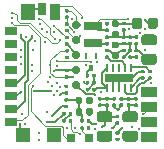
<source format=gbr>
%TF.GenerationSoftware,KiCad,Pcbnew,(5.1.6)-1*%
%TF.CreationDate,2021-06-02T19:48:48-07:00*%
%TF.ProjectId,Miniscope-v4-Wire-Free,4d696e69-7363-46f7-9065-2d76342d5769,rev?*%
%TF.SameCoordinates,Original*%
%TF.FileFunction,Copper,L1,Top*%
%TF.FilePolarity,Positive*%
%FSLAX46Y46*%
G04 Gerber Fmt 4.6, Leading zero omitted, Abs format (unit mm)*
G04 Created by KiCad (PCBNEW (5.1.6)-1) date 2021-06-02 19:48:48*
%MOMM*%
%LPD*%
G01*
G04 APERTURE LIST*
%TA.AperFunction,SMDPad,CuDef*%
%ADD10C,0.700000*%
%TD*%
%TA.AperFunction,SMDPad,CuDef*%
%ADD11R,0.900000X1.400000*%
%TD*%
%TA.AperFunction,SMDPad,CuDef*%
%ADD12R,0.700000X1.000000*%
%TD*%
%TA.AperFunction,SMDPad,CuDef*%
%ADD13R,1.200000X1.450000*%
%TD*%
%TA.AperFunction,SMDPad,CuDef*%
%ADD14R,1.000000X0.700000*%
%TD*%
%TA.AperFunction,SMDPad,CuDef*%
%ADD15R,1.200000X1.150000*%
%TD*%
%TA.AperFunction,SMDPad,CuDef*%
%ADD16R,2.390000X0.640000*%
%TD*%
%TA.AperFunction,SMDPad,CuDef*%
%ADD17R,0.270000X0.640000*%
%TD*%
%TA.AperFunction,SMDPad,CuDef*%
%ADD18R,0.300000X0.490000*%
%TD*%
%TA.AperFunction,SMDPad,CuDef*%
%ADD19R,0.210000X0.490000*%
%TD*%
%TA.AperFunction,SMDPad,CuDef*%
%ADD20R,1.500000X0.800000*%
%TD*%
%TA.AperFunction,SMDPad,CuDef*%
%ADD21R,1.320800X0.812800*%
%TD*%
%TA.AperFunction,SMDPad,CuDef*%
%ADD22R,0.770000X0.710000*%
%TD*%
%TA.AperFunction,ViaPad*%
%ADD23C,0.304800*%
%TD*%
%TA.AperFunction,ViaPad*%
%ADD24C,0.254000*%
%TD*%
%TA.AperFunction,Conductor*%
%ADD25C,0.152400*%
%TD*%
%TA.AperFunction,Conductor*%
%ADD26C,0.101600*%
%TD*%
G04 APERTURE END LIST*
%TO.P,R11,2*%
%TO.N,/SWCLK*%
%TA.AperFunction,SMDPad,CuDef*%
G36*
G01*
X85105900Y-59065760D02*
X84920900Y-59065760D01*
G75*
G02*
X84843400Y-58988260I0J77500D01*
G01*
X84843400Y-58833260D01*
G75*
G02*
X84920900Y-58755760I77500J0D01*
G01*
X85105900Y-58755760D01*
G75*
G02*
X85183400Y-58833260I0J-77500D01*
G01*
X85183400Y-58988260D01*
G75*
G02*
X85105900Y-59065760I-77500J0D01*
G01*
G37*
%TD.AperFunction*%
%TO.P,R11,1*%
%TO.N,+1V8*%
%TA.AperFunction,SMDPad,CuDef*%
G36*
G01*
X85105900Y-59615760D02*
X84920900Y-59615760D01*
G75*
G02*
X84843400Y-59538260I0J77500D01*
G01*
X84843400Y-59383260D01*
G75*
G02*
X84920900Y-59305760I77500J0D01*
G01*
X85105900Y-59305760D01*
G75*
G02*
X85183400Y-59383260I0J-77500D01*
G01*
X85183400Y-59538260D01*
G75*
G02*
X85105900Y-59615760I-77500J0D01*
G01*
G37*
%TD.AperFunction*%
%TD*%
%TO.P,C28,2*%
%TO.N,GND*%
%TA.AperFunction,SMDPad,CuDef*%
G36*
G01*
X89933500Y-61302800D02*
X89748500Y-61302800D01*
G75*
G02*
X89671000Y-61225300I0J77500D01*
G01*
X89671000Y-61070300D01*
G75*
G02*
X89748500Y-60992800I77500J0D01*
G01*
X89933500Y-60992800D01*
G75*
G02*
X90011000Y-61070300I0J-77500D01*
G01*
X90011000Y-61225300D01*
G75*
G02*
X89933500Y-61302800I-77500J0D01*
G01*
G37*
%TD.AperFunction*%
%TO.P,C28,1*%
%TO.N,+1V8*%
%TA.AperFunction,SMDPad,CuDef*%
G36*
G01*
X89933500Y-61852800D02*
X89748500Y-61852800D01*
G75*
G02*
X89671000Y-61775300I0J77500D01*
G01*
X89671000Y-61620300D01*
G75*
G02*
X89748500Y-61542800I77500J0D01*
G01*
X89933500Y-61542800D01*
G75*
G02*
X90011000Y-61620300I0J-77500D01*
G01*
X90011000Y-61775300D01*
G75*
G02*
X89933500Y-61852800I-77500J0D01*
G01*
G37*
%TD.AperFunction*%
%TD*%
%TO.P,R14,2*%
%TO.N,GND*%
%TA.AperFunction,SMDPad,CuDef*%
G36*
G01*
X84945800Y-67527900D02*
X84945800Y-67712900D01*
G75*
G02*
X84868300Y-67790400I-77500J0D01*
G01*
X84713300Y-67790400D01*
G75*
G02*
X84635800Y-67712900I0J77500D01*
G01*
X84635800Y-67527900D01*
G75*
G02*
X84713300Y-67450400I77500J0D01*
G01*
X84868300Y-67450400D01*
G75*
G02*
X84945800Y-67527900I0J-77500D01*
G01*
G37*
%TD.AperFunction*%
%TO.P,R14,1*%
%TO.N,/ADC0*%
%TA.AperFunction,SMDPad,CuDef*%
G36*
G01*
X85495800Y-67527900D02*
X85495800Y-67712900D01*
G75*
G02*
X85418300Y-67790400I-77500J0D01*
G01*
X85263300Y-67790400D01*
G75*
G02*
X85185800Y-67712900I0J77500D01*
G01*
X85185800Y-67527900D01*
G75*
G02*
X85263300Y-67450400I77500J0D01*
G01*
X85418300Y-67450400D01*
G75*
G02*
X85495800Y-67527900I0J-77500D01*
G01*
G37*
%TD.AperFunction*%
%TD*%
%TO.P,R13,2*%
%TO.N,/ADC0*%
%TA.AperFunction,SMDPad,CuDef*%
G36*
G01*
X84942000Y-68137500D02*
X84942000Y-68322500D01*
G75*
G02*
X84864500Y-68400000I-77500J0D01*
G01*
X84709500Y-68400000D01*
G75*
G02*
X84632000Y-68322500I0J77500D01*
G01*
X84632000Y-68137500D01*
G75*
G02*
X84709500Y-68060000I77500J0D01*
G01*
X84864500Y-68060000D01*
G75*
G02*
X84942000Y-68137500I0J-77500D01*
G01*
G37*
%TD.AperFunction*%
%TO.P,R13,1*%
%TO.N,/BAT+*%
%TA.AperFunction,SMDPad,CuDef*%
G36*
G01*
X85492000Y-68137500D02*
X85492000Y-68322500D01*
G75*
G02*
X85414500Y-68400000I-77500J0D01*
G01*
X85259500Y-68400000D01*
G75*
G02*
X85182000Y-68322500I0J77500D01*
G01*
X85182000Y-68137500D01*
G75*
G02*
X85259500Y-68060000I77500J0D01*
G01*
X85414500Y-68060000D01*
G75*
G02*
X85492000Y-68137500I0J-77500D01*
G01*
G37*
%TD.AperFunction*%
%TD*%
%TO.P,R12,2*%
%TO.N,/SWDIO*%
%TA.AperFunction,SMDPad,CuDef*%
G36*
G01*
X84915820Y-60438600D02*
X85100820Y-60438600D01*
G75*
G02*
X85178320Y-60516100I0J-77500D01*
G01*
X85178320Y-60671100D01*
G75*
G02*
X85100820Y-60748600I-77500J0D01*
G01*
X84915820Y-60748600D01*
G75*
G02*
X84838320Y-60671100I0J77500D01*
G01*
X84838320Y-60516100D01*
G75*
G02*
X84915820Y-60438600I77500J0D01*
G01*
G37*
%TD.AperFunction*%
%TO.P,R12,1*%
%TO.N,+1V8*%
%TA.AperFunction,SMDPad,CuDef*%
G36*
G01*
X84915820Y-59888600D02*
X85100820Y-59888600D01*
G75*
G02*
X85178320Y-59966100I0J-77500D01*
G01*
X85178320Y-60121100D01*
G75*
G02*
X85100820Y-60198600I-77500J0D01*
G01*
X84915820Y-60198600D01*
G75*
G02*
X84838320Y-60121100I0J77500D01*
G01*
X84838320Y-59966100D01*
G75*
G02*
X84915820Y-59888600I77500J0D01*
G01*
G37*
%TD.AperFunction*%
%TD*%
%TO.P,C35,2*%
%TO.N,GND*%
%TA.AperFunction,SMDPad,CuDef*%
G36*
G01*
X88959800Y-62416000D02*
X89299800Y-62416000D01*
G75*
G02*
X89444800Y-62561000I0J-145000D01*
G01*
X89444800Y-62851000D01*
G75*
G02*
X89299800Y-62996000I-145000J0D01*
G01*
X88959800Y-62996000D01*
G75*
G02*
X88814800Y-62851000I0J145000D01*
G01*
X88814800Y-62561000D01*
G75*
G02*
X88959800Y-62416000I145000J0D01*
G01*
G37*
%TD.AperFunction*%
%TO.P,C35,1*%
%TO.N,+1V8*%
%TA.AperFunction,SMDPad,CuDef*%
G36*
G01*
X88959800Y-61526000D02*
X89299800Y-61526000D01*
G75*
G02*
X89444800Y-61671000I0J-145000D01*
G01*
X89444800Y-61961000D01*
G75*
G02*
X89299800Y-62106000I-145000J0D01*
G01*
X88959800Y-62106000D01*
G75*
G02*
X88814800Y-61961000I0J145000D01*
G01*
X88814800Y-61671000D01*
G75*
G02*
X88959800Y-61526000I145000J0D01*
G01*
G37*
%TD.AperFunction*%
%TD*%
%TO.P,L3,2*%
%TO.N,/VDDA*%
%TA.AperFunction,SMDPad,CuDef*%
G36*
G01*
X91408400Y-59750900D02*
X91408400Y-60225900D01*
G75*
G02*
X91185900Y-60448400I-222500J0D01*
G01*
X90740900Y-60448400D01*
G75*
G02*
X90518400Y-60225900I0J222500D01*
G01*
X90518400Y-59750900D01*
G75*
G02*
X90740900Y-59528400I222500J0D01*
G01*
X91185900Y-59528400D01*
G75*
G02*
X91408400Y-59750900I0J-222500D01*
G01*
G37*
%TD.AperFunction*%
%TO.P,L3,1*%
%TO.N,+1V8*%
%TA.AperFunction,SMDPad,CuDef*%
G36*
G01*
X92738400Y-59750900D02*
X92738400Y-60225900D01*
G75*
G02*
X92515900Y-60448400I-222500J0D01*
G01*
X92070900Y-60448400D01*
G75*
G02*
X91848400Y-60225900I0J222500D01*
G01*
X91848400Y-59750900D01*
G75*
G02*
X92070900Y-59528400I222500J0D01*
G01*
X92515900Y-59528400D01*
G75*
G02*
X92738400Y-59750900I0J-222500D01*
G01*
G37*
%TD.AperFunction*%
%TD*%
%TO.P,C26,2*%
%TO.N,GND*%
%TA.AperFunction,SMDPad,CuDef*%
G36*
G01*
X88959800Y-60625800D02*
X89299800Y-60625800D01*
G75*
G02*
X89444800Y-60770800I0J-145000D01*
G01*
X89444800Y-61060800D01*
G75*
G02*
X89299800Y-61205800I-145000J0D01*
G01*
X88959800Y-61205800D01*
G75*
G02*
X88814800Y-61060800I0J145000D01*
G01*
X88814800Y-60770800D01*
G75*
G02*
X88959800Y-60625800I145000J0D01*
G01*
G37*
%TD.AperFunction*%
%TO.P,C26,1*%
%TO.N,/VDDA*%
%TA.AperFunction,SMDPad,CuDef*%
G36*
G01*
X88959800Y-59735800D02*
X89299800Y-59735800D01*
G75*
G02*
X89444800Y-59880800I0J-145000D01*
G01*
X89444800Y-60170800D01*
G75*
G02*
X89299800Y-60315800I-145000J0D01*
G01*
X88959800Y-60315800D01*
G75*
G02*
X88814800Y-60170800I0J145000D01*
G01*
X88814800Y-59880800D01*
G75*
G02*
X88959800Y-59735800I145000J0D01*
G01*
G37*
%TD.AperFunction*%
%TD*%
D10*
%TO.P,J4,1*%
%TO.N,/SWDIO*%
X85828800Y-61371800D03*
%TD*%
D11*
%TO.P,J1,G5*%
%TO.N,/SD_DET*%
X84040000Y-59000000D03*
D12*
%TO.P,J1,G4*%
%TO.N,GND*%
X82890000Y-58800000D03*
D13*
%TO.P,J1,G3*%
X81740000Y-59025000D03*
D14*
%TO.P,J1,P1*%
%TO.N,/SD_DAT2*%
X80250000Y-60650000D03*
%TO.P,J1,P2*%
%TO.N,/SD_DAT3*%
X80250000Y-61750000D03*
%TO.P,J1,P7*%
%TO.N,/SD_DAT0*%
X80250000Y-67250000D03*
%TO.P,J1,P6*%
%TO.N,GND*%
X80250000Y-66150000D03*
%TO.P,J1,P3*%
%TO.N,/SD_CMD*%
X80250000Y-62850000D03*
%TO.P,J1,P4*%
%TO.N,+3V3*%
X80250000Y-63950000D03*
%TO.P,J1,P5*%
%TO.N,/SD_CLK*%
X80250000Y-65050000D03*
%TO.P,J1,P8*%
%TO.N,/SD_DAT1*%
X80250000Y-68350000D03*
D15*
%TO.P,J1,G1*%
%TO.N,GND*%
X81300000Y-69425000D03*
%TO.P,J1,G2*%
X83890000Y-69425000D03*
%TD*%
D16*
%TO.P,U3,11*%
%TO.N,GND*%
X89434600Y-64597800D03*
D17*
%TO.P,U3,10*%
%TO.N,+3V3*%
X90434600Y-65437800D03*
%TO.P,U3,9*%
%TO.N,Net-(C15-Pad2)*%
X89934600Y-65437800D03*
%TO.P,U3,8*%
%TO.N,GND*%
X89434600Y-65437800D03*
%TO.P,U3,7*%
X88934600Y-65437800D03*
%TO.P,U3,6*%
%TO.N,/I_SET*%
X88434600Y-65437800D03*
%TO.P,U3,5*%
X88434600Y-63757800D03*
%TO.P,U3,4*%
%TO.N,/ENT*%
X88934600Y-63757800D03*
%TO.P,U3,3*%
%TO.N,/I_LED*%
X89434600Y-63757800D03*
%TO.P,U3,2*%
%TO.N,Net-(C17-Pad1)*%
X89934600Y-63757800D03*
%TO.P,U3,1*%
%TO.N,Net-(C15-Pad1)*%
X90434600Y-63757800D03*
%TD*%
%TO.P,L1,1*%
%TO.N,Net-(L1-Pad1)*%
%TA.AperFunction,SMDPad,CuDef*%
G36*
G01*
X88642900Y-69997600D02*
X87787900Y-69997600D01*
G75*
G02*
X87555400Y-69765100I0J232500D01*
G01*
X87555400Y-69300100D01*
G75*
G02*
X87787900Y-69067600I232500J0D01*
G01*
X88642900Y-69067600D01*
G75*
G02*
X88875400Y-69300100I0J-232500D01*
G01*
X88875400Y-69765100D01*
G75*
G02*
X88642900Y-69997600I-232500J0D01*
G01*
G37*
%TD.AperFunction*%
%TO.P,L1,2*%
%TO.N,+1V8*%
%TA.AperFunction,SMDPad,CuDef*%
G36*
G01*
X88642900Y-68357600D02*
X87787900Y-68357600D01*
G75*
G02*
X87555400Y-68125100I0J232500D01*
G01*
X87555400Y-67660100D01*
G75*
G02*
X87787900Y-67427600I232500J0D01*
G01*
X88642900Y-67427600D01*
G75*
G02*
X88875400Y-67660100I0J-232500D01*
G01*
X88875400Y-68125100D01*
G75*
G02*
X88642900Y-68357600I-232500J0D01*
G01*
G37*
%TD.AperFunction*%
%TD*%
%TO.P,C19,2*%
%TO.N,GND*%
%TA.AperFunction,SMDPad,CuDef*%
G36*
G01*
X90466900Y-61302800D02*
X90281900Y-61302800D01*
G75*
G02*
X90204400Y-61225300I0J77500D01*
G01*
X90204400Y-61070300D01*
G75*
G02*
X90281900Y-60992800I77500J0D01*
G01*
X90466900Y-60992800D01*
G75*
G02*
X90544400Y-61070300I0J-77500D01*
G01*
X90544400Y-61225300D01*
G75*
G02*
X90466900Y-61302800I-77500J0D01*
G01*
G37*
%TD.AperFunction*%
%TO.P,C19,1*%
%TO.N,+1V8*%
%TA.AperFunction,SMDPad,CuDef*%
G36*
G01*
X90466900Y-61852800D02*
X90281900Y-61852800D01*
G75*
G02*
X90204400Y-61775300I0J77500D01*
G01*
X90204400Y-61620300D01*
G75*
G02*
X90281900Y-61542800I77500J0D01*
G01*
X90466900Y-61542800D01*
G75*
G02*
X90544400Y-61620300I0J-77500D01*
G01*
X90544400Y-61775300D01*
G75*
G02*
X90466900Y-61852800I-77500J0D01*
G01*
G37*
%TD.AperFunction*%
%TD*%
%TO.P,C24,2*%
%TO.N,GND*%
%TA.AperFunction,SMDPad,CuDef*%
G36*
G01*
X89748500Y-60395400D02*
X89933500Y-60395400D01*
G75*
G02*
X90011000Y-60472900I0J-77500D01*
G01*
X90011000Y-60627900D01*
G75*
G02*
X89933500Y-60705400I-77500J0D01*
G01*
X89748500Y-60705400D01*
G75*
G02*
X89671000Y-60627900I0J77500D01*
G01*
X89671000Y-60472900D01*
G75*
G02*
X89748500Y-60395400I77500J0D01*
G01*
G37*
%TD.AperFunction*%
%TO.P,C24,1*%
%TO.N,/VDDA*%
%TA.AperFunction,SMDPad,CuDef*%
G36*
G01*
X89748500Y-59845400D02*
X89933500Y-59845400D01*
G75*
G02*
X90011000Y-59922900I0J-77500D01*
G01*
X90011000Y-60077900D01*
G75*
G02*
X89933500Y-60155400I-77500J0D01*
G01*
X89748500Y-60155400D01*
G75*
G02*
X89671000Y-60077900I0J77500D01*
G01*
X89671000Y-59922900D01*
G75*
G02*
X89748500Y-59845400I77500J0D01*
G01*
G37*
%TD.AperFunction*%
%TD*%
%TO.P,L5,2*%
%TO.N,Net-(L5-Pad2)*%
%TA.AperFunction,SMDPad,CuDef*%
G36*
G01*
X92415740Y-61853360D02*
X91560740Y-61853360D01*
G75*
G02*
X91328240Y-61620860I0J232500D01*
G01*
X91328240Y-61155860D01*
G75*
G02*
X91560740Y-60923360I232500J0D01*
G01*
X92415740Y-60923360D01*
G75*
G02*
X92648240Y-61155860I0J-232500D01*
G01*
X92648240Y-61620860D01*
G75*
G02*
X92415740Y-61853360I-232500J0D01*
G01*
G37*
%TD.AperFunction*%
%TO.P,L5,1*%
%TO.N,/VDDCORE*%
%TA.AperFunction,SMDPad,CuDef*%
G36*
G01*
X92415740Y-63493360D02*
X91560740Y-63493360D01*
G75*
G02*
X91328240Y-63260860I0J232500D01*
G01*
X91328240Y-62795860D01*
G75*
G02*
X91560740Y-62563360I232500J0D01*
G01*
X92415740Y-62563360D01*
G75*
G02*
X92648240Y-62795860I0J-232500D01*
G01*
X92648240Y-63260860D01*
G75*
G02*
X92415740Y-63493360I-232500J0D01*
G01*
G37*
%TD.AperFunction*%
%TD*%
%TO.P,C23,2*%
%TO.N,GND*%
%TA.AperFunction,SMDPad,CuDef*%
G36*
G01*
X91000300Y-61302800D02*
X90815300Y-61302800D01*
G75*
G02*
X90737800Y-61225300I0J77500D01*
G01*
X90737800Y-61070300D01*
G75*
G02*
X90815300Y-60992800I77500J0D01*
G01*
X91000300Y-60992800D01*
G75*
G02*
X91077800Y-61070300I0J-77500D01*
G01*
X91077800Y-61225300D01*
G75*
G02*
X91000300Y-61302800I-77500J0D01*
G01*
G37*
%TD.AperFunction*%
%TO.P,C23,1*%
%TO.N,/VDDCORE*%
%TA.AperFunction,SMDPad,CuDef*%
G36*
G01*
X91000300Y-61852800D02*
X90815300Y-61852800D01*
G75*
G02*
X90737800Y-61775300I0J77500D01*
G01*
X90737800Y-61620300D01*
G75*
G02*
X90815300Y-61542800I77500J0D01*
G01*
X91000300Y-61542800D01*
G75*
G02*
X91077800Y-61620300I0J-77500D01*
G01*
X91077800Y-61775300D01*
G75*
G02*
X91000300Y-61852800I-77500J0D01*
G01*
G37*
%TD.AperFunction*%
%TD*%
%TO.P,C20,2*%
%TO.N,GND*%
%TA.AperFunction,SMDPad,CuDef*%
G36*
G01*
X88511100Y-60164200D02*
X88326100Y-60164200D01*
G75*
G02*
X88248600Y-60086700I0J77500D01*
G01*
X88248600Y-59931700D01*
G75*
G02*
X88326100Y-59854200I77500J0D01*
G01*
X88511100Y-59854200D01*
G75*
G02*
X88588600Y-59931700I0J-77500D01*
G01*
X88588600Y-60086700D01*
G75*
G02*
X88511100Y-60164200I-77500J0D01*
G01*
G37*
%TD.AperFunction*%
%TO.P,C20,1*%
%TO.N,/XOUT32*%
%TA.AperFunction,SMDPad,CuDef*%
G36*
G01*
X88511100Y-60714200D02*
X88326100Y-60714200D01*
G75*
G02*
X88248600Y-60636700I0J77500D01*
G01*
X88248600Y-60481700D01*
G75*
G02*
X88326100Y-60404200I77500J0D01*
G01*
X88511100Y-60404200D01*
G75*
G02*
X88588600Y-60481700I0J-77500D01*
G01*
X88588600Y-60636700D01*
G75*
G02*
X88511100Y-60714200I-77500J0D01*
G01*
G37*
%TD.AperFunction*%
%TD*%
%TO.P,C18,2*%
%TO.N,GND*%
%TA.AperFunction,SMDPad,CuDef*%
G36*
G01*
X88511100Y-61307200D02*
X88326100Y-61307200D01*
G75*
G02*
X88248600Y-61229700I0J77500D01*
G01*
X88248600Y-61074700D01*
G75*
G02*
X88326100Y-60997200I77500J0D01*
G01*
X88511100Y-60997200D01*
G75*
G02*
X88588600Y-61074700I0J-77500D01*
G01*
X88588600Y-61229700D01*
G75*
G02*
X88511100Y-61307200I-77500J0D01*
G01*
G37*
%TD.AperFunction*%
%TO.P,C18,1*%
%TO.N,/XIN32*%
%TA.AperFunction,SMDPad,CuDef*%
G36*
G01*
X88511100Y-61857200D02*
X88326100Y-61857200D01*
G75*
G02*
X88248600Y-61779700I0J77500D01*
G01*
X88248600Y-61624700D01*
G75*
G02*
X88326100Y-61547200I77500J0D01*
G01*
X88511100Y-61547200D01*
G75*
G02*
X88588600Y-61624700I0J-77500D01*
G01*
X88588600Y-61779700D01*
G75*
G02*
X88511100Y-61857200I-77500J0D01*
G01*
G37*
%TD.AperFunction*%
%TD*%
%TO.P,C22,2*%
%TO.N,GND*%
%TA.AperFunction,SMDPad,CuDef*%
G36*
G01*
X89933500Y-62445800D02*
X89748500Y-62445800D01*
G75*
G02*
X89671000Y-62368300I0J77500D01*
G01*
X89671000Y-62213300D01*
G75*
G02*
X89748500Y-62135800I77500J0D01*
G01*
X89933500Y-62135800D01*
G75*
G02*
X90011000Y-62213300I0J-77500D01*
G01*
X90011000Y-62368300D01*
G75*
G02*
X89933500Y-62445800I-77500J0D01*
G01*
G37*
%TD.AperFunction*%
%TO.P,C22,1*%
%TO.N,+1V8*%
%TA.AperFunction,SMDPad,CuDef*%
G36*
G01*
X89933500Y-62995800D02*
X89748500Y-62995800D01*
G75*
G02*
X89671000Y-62918300I0J77500D01*
G01*
X89671000Y-62763300D01*
G75*
G02*
X89748500Y-62685800I77500J0D01*
G01*
X89933500Y-62685800D01*
G75*
G02*
X90011000Y-62763300I0J-77500D01*
G01*
X90011000Y-62918300D01*
G75*
G02*
X89933500Y-62995800I-77500J0D01*
G01*
G37*
%TD.AperFunction*%
%TD*%
%TO.P,C29,2*%
%TO.N,GND*%
%TA.AperFunction,SMDPad,CuDef*%
G36*
G01*
X90815300Y-62685800D02*
X91000300Y-62685800D01*
G75*
G02*
X91077800Y-62763300I0J-77500D01*
G01*
X91077800Y-62918300D01*
G75*
G02*
X91000300Y-62995800I-77500J0D01*
G01*
X90815300Y-62995800D01*
G75*
G02*
X90737800Y-62918300I0J77500D01*
G01*
X90737800Y-62763300D01*
G75*
G02*
X90815300Y-62685800I77500J0D01*
G01*
G37*
%TD.AperFunction*%
%TO.P,C29,1*%
%TO.N,/VDDCORE*%
%TA.AperFunction,SMDPad,CuDef*%
G36*
G01*
X90815300Y-62135800D02*
X91000300Y-62135800D01*
G75*
G02*
X91077800Y-62213300I0J-77500D01*
G01*
X91077800Y-62368300D01*
G75*
G02*
X91000300Y-62445800I-77500J0D01*
G01*
X90815300Y-62445800D01*
G75*
G02*
X90737800Y-62368300I0J77500D01*
G01*
X90737800Y-62213300D01*
G75*
G02*
X90815300Y-62135800I77500J0D01*
G01*
G37*
%TD.AperFunction*%
%TD*%
%TO.P,C25,2*%
%TO.N,GND*%
%TA.AperFunction,SMDPad,CuDef*%
G36*
G01*
X90281900Y-62685800D02*
X90466900Y-62685800D01*
G75*
G02*
X90544400Y-62763300I0J-77500D01*
G01*
X90544400Y-62918300D01*
G75*
G02*
X90466900Y-62995800I-77500J0D01*
G01*
X90281900Y-62995800D01*
G75*
G02*
X90204400Y-62918300I0J77500D01*
G01*
X90204400Y-62763300D01*
G75*
G02*
X90281900Y-62685800I77500J0D01*
G01*
G37*
%TD.AperFunction*%
%TO.P,C25,1*%
%TO.N,+1V8*%
%TA.AperFunction,SMDPad,CuDef*%
G36*
G01*
X90281900Y-62135800D02*
X90466900Y-62135800D01*
G75*
G02*
X90544400Y-62213300I0J-77500D01*
G01*
X90544400Y-62368300D01*
G75*
G02*
X90466900Y-62445800I-77500J0D01*
G01*
X90281900Y-62445800D01*
G75*
G02*
X90204400Y-62368300I0J77500D01*
G01*
X90204400Y-62213300D01*
G75*
G02*
X90281900Y-62135800I77500J0D01*
G01*
G37*
%TD.AperFunction*%
%TD*%
%TO.P,L2,2*%
%TO.N,+3V3*%
%TA.AperFunction,SMDPad,CuDef*%
G36*
G01*
X90801900Y-68357600D02*
X89946900Y-68357600D01*
G75*
G02*
X89714400Y-68125100I0J232500D01*
G01*
X89714400Y-67660100D01*
G75*
G02*
X89946900Y-67427600I232500J0D01*
G01*
X90801900Y-67427600D01*
G75*
G02*
X91034400Y-67660100I0J-232500D01*
G01*
X91034400Y-68125100D01*
G75*
G02*
X90801900Y-68357600I-232500J0D01*
G01*
G37*
%TD.AperFunction*%
%TO.P,L2,1*%
%TO.N,Net-(L2-Pad1)*%
%TA.AperFunction,SMDPad,CuDef*%
G36*
G01*
X90801900Y-69997600D02*
X89946900Y-69997600D01*
G75*
G02*
X89714400Y-69765100I0J232500D01*
G01*
X89714400Y-69300100D01*
G75*
G02*
X89946900Y-69067600I232500J0D01*
G01*
X90801900Y-69067600D01*
G75*
G02*
X91034400Y-69300100I0J-232500D01*
G01*
X91034400Y-69765100D01*
G75*
G02*
X90801900Y-69997600I-232500J0D01*
G01*
G37*
%TD.AperFunction*%
%TD*%
%TO.P,R9,2*%
%TO.N,Net-(Q1-Pad3)*%
%TA.AperFunction,SMDPad,CuDef*%
G36*
G01*
X86910500Y-64310800D02*
X86910500Y-64495800D01*
G75*
G02*
X86833000Y-64573300I-77500J0D01*
G01*
X86678000Y-64573300D01*
G75*
G02*
X86600500Y-64495800I0J77500D01*
G01*
X86600500Y-64310800D01*
G75*
G02*
X86678000Y-64233300I77500J0D01*
G01*
X86833000Y-64233300D01*
G75*
G02*
X86910500Y-64310800I0J-77500D01*
G01*
G37*
%TD.AperFunction*%
%TO.P,R9,1*%
%TO.N,Net-(C14-Pad1)*%
%TA.AperFunction,SMDPad,CuDef*%
G36*
G01*
X87460500Y-64310800D02*
X87460500Y-64495800D01*
G75*
G02*
X87383000Y-64573300I-77500J0D01*
G01*
X87228000Y-64573300D01*
G75*
G02*
X87150500Y-64495800I0J77500D01*
G01*
X87150500Y-64310800D01*
G75*
G02*
X87228000Y-64233300I77500J0D01*
G01*
X87383000Y-64233300D01*
G75*
G02*
X87460500Y-64310800I0J-77500D01*
G01*
G37*
%TD.AperFunction*%
%TD*%
%TO.P,R6,2*%
%TO.N,Net-(C4-Pad2)*%
%TA.AperFunction,SMDPad,CuDef*%
G36*
G01*
X89730300Y-66522500D02*
X89545300Y-66522500D01*
G75*
G02*
X89467800Y-66445000I0J77500D01*
G01*
X89467800Y-66290000D01*
G75*
G02*
X89545300Y-66212500I77500J0D01*
G01*
X89730300Y-66212500D01*
G75*
G02*
X89807800Y-66290000I0J-77500D01*
G01*
X89807800Y-66445000D01*
G75*
G02*
X89730300Y-66522500I-77500J0D01*
G01*
G37*
%TD.AperFunction*%
%TO.P,R6,1*%
%TO.N,GND*%
%TA.AperFunction,SMDPad,CuDef*%
G36*
G01*
X89730300Y-67072500D02*
X89545300Y-67072500D01*
G75*
G02*
X89467800Y-66995000I0J77500D01*
G01*
X89467800Y-66840000D01*
G75*
G02*
X89545300Y-66762500I77500J0D01*
G01*
X89730300Y-66762500D01*
G75*
G02*
X89807800Y-66840000I0J-77500D01*
G01*
X89807800Y-66995000D01*
G75*
G02*
X89730300Y-67072500I-77500J0D01*
G01*
G37*
%TD.AperFunction*%
%TD*%
%TO.P,R5,2*%
%TO.N,Net-(C3-Pad2)*%
%TA.AperFunction,SMDPad,CuDef*%
G36*
G01*
X89119100Y-66522500D02*
X88934100Y-66522500D01*
G75*
G02*
X88856600Y-66445000I0J77500D01*
G01*
X88856600Y-66290000D01*
G75*
G02*
X88934100Y-66212500I77500J0D01*
G01*
X89119100Y-66212500D01*
G75*
G02*
X89196600Y-66290000I0J-77500D01*
G01*
X89196600Y-66445000D01*
G75*
G02*
X89119100Y-66522500I-77500J0D01*
G01*
G37*
%TD.AperFunction*%
%TO.P,R5,1*%
%TO.N,GND*%
%TA.AperFunction,SMDPad,CuDef*%
G36*
G01*
X89119100Y-67072500D02*
X88934100Y-67072500D01*
G75*
G02*
X88856600Y-66995000I0J77500D01*
G01*
X88856600Y-66840000D01*
G75*
G02*
X88934100Y-66762500I77500J0D01*
G01*
X89119100Y-66762500D01*
G75*
G02*
X89196600Y-66840000I0J-77500D01*
G01*
X89196600Y-66995000D01*
G75*
G02*
X89119100Y-67072500I-77500J0D01*
G01*
G37*
%TD.AperFunction*%
%TD*%
%TO.P,R4,2*%
%TO.N,Net-(C4-Pad2)*%
%TA.AperFunction,SMDPad,CuDef*%
G36*
G01*
X90339900Y-66522500D02*
X90154900Y-66522500D01*
G75*
G02*
X90077400Y-66445000I0J77500D01*
G01*
X90077400Y-66290000D01*
G75*
G02*
X90154900Y-66212500I77500J0D01*
G01*
X90339900Y-66212500D01*
G75*
G02*
X90417400Y-66290000I0J-77500D01*
G01*
X90417400Y-66445000D01*
G75*
G02*
X90339900Y-66522500I-77500J0D01*
G01*
G37*
%TD.AperFunction*%
%TO.P,R4,1*%
%TO.N,+3V3*%
%TA.AperFunction,SMDPad,CuDef*%
G36*
G01*
X90339900Y-67072500D02*
X90154900Y-67072500D01*
G75*
G02*
X90077400Y-66995000I0J77500D01*
G01*
X90077400Y-66840000D01*
G75*
G02*
X90154900Y-66762500I77500J0D01*
G01*
X90339900Y-66762500D01*
G75*
G02*
X90417400Y-66840000I0J-77500D01*
G01*
X90417400Y-66995000D01*
G75*
G02*
X90339900Y-67072500I-77500J0D01*
G01*
G37*
%TD.AperFunction*%
%TD*%
D10*
%TO.P,J8,1*%
%TO.N,/nRESET*%
X85828800Y-65181800D03*
%TD*%
%TO.P,R3,2*%
%TO.N,Net-(C3-Pad2)*%
%TA.AperFunction,SMDPad,CuDef*%
G36*
G01*
X88511100Y-66522500D02*
X88326100Y-66522500D01*
G75*
G02*
X88248600Y-66445000I0J77500D01*
G01*
X88248600Y-66290000D01*
G75*
G02*
X88326100Y-66212500I77500J0D01*
G01*
X88511100Y-66212500D01*
G75*
G02*
X88588600Y-66290000I0J-77500D01*
G01*
X88588600Y-66445000D01*
G75*
G02*
X88511100Y-66522500I-77500J0D01*
G01*
G37*
%TD.AperFunction*%
%TO.P,R3,1*%
%TO.N,+1V8*%
%TA.AperFunction,SMDPad,CuDef*%
G36*
G01*
X88511100Y-67072500D02*
X88326100Y-67072500D01*
G75*
G02*
X88248600Y-66995000I0J77500D01*
G01*
X88248600Y-66840000D01*
G75*
G02*
X88326100Y-66762500I77500J0D01*
G01*
X88511100Y-66762500D01*
G75*
G02*
X88588600Y-66840000I0J-77500D01*
G01*
X88588600Y-66995000D01*
G75*
G02*
X88511100Y-67072500I-77500J0D01*
G01*
G37*
%TD.AperFunction*%
%TD*%
%TO.P,R2,2*%
%TO.N,VDC*%
%TA.AperFunction,SMDPad,CuDef*%
G36*
G01*
X86706000Y-68935900D02*
X86706000Y-68750900D01*
G75*
G02*
X86783500Y-68673400I77500J0D01*
G01*
X86938500Y-68673400D01*
G75*
G02*
X87016000Y-68750900I0J-77500D01*
G01*
X87016000Y-68935900D01*
G75*
G02*
X86938500Y-69013400I-77500J0D01*
G01*
X86783500Y-69013400D01*
G75*
G02*
X86706000Y-68935900I0J77500D01*
G01*
G37*
%TD.AperFunction*%
%TO.P,R2,1*%
%TO.N,Net-(D2-Pad2)*%
%TA.AperFunction,SMDPad,CuDef*%
G36*
G01*
X86156000Y-68935900D02*
X86156000Y-68750900D01*
G75*
G02*
X86233500Y-68673400I77500J0D01*
G01*
X86388500Y-68673400D01*
G75*
G02*
X86466000Y-68750900I0J-77500D01*
G01*
X86466000Y-68935900D01*
G75*
G02*
X86388500Y-69013400I-77500J0D01*
G01*
X86233500Y-69013400D01*
G75*
G02*
X86156000Y-68935900I0J77500D01*
G01*
G37*
%TD.AperFunction*%
%TD*%
%TO.P,R1,1*%
%TO.N,Net-(R1-Pad1)*%
%TA.AperFunction,SMDPad,CuDef*%
G36*
G01*
X87016000Y-68137500D02*
X87016000Y-68322500D01*
G75*
G02*
X86938500Y-68400000I-77500J0D01*
G01*
X86783500Y-68400000D01*
G75*
G02*
X86706000Y-68322500I0J77500D01*
G01*
X86706000Y-68137500D01*
G75*
G02*
X86783500Y-68060000I77500J0D01*
G01*
X86938500Y-68060000D01*
G75*
G02*
X87016000Y-68137500I0J-77500D01*
G01*
G37*
%TD.AperFunction*%
%TO.P,R1,2*%
%TO.N,GND*%
%TA.AperFunction,SMDPad,CuDef*%
G36*
G01*
X86466000Y-68137500D02*
X86466000Y-68322500D01*
G75*
G02*
X86388500Y-68400000I-77500J0D01*
G01*
X86233500Y-68400000D01*
G75*
G02*
X86156000Y-68322500I0J77500D01*
G01*
X86156000Y-68137500D01*
G75*
G02*
X86233500Y-68060000I77500J0D01*
G01*
X86388500Y-68060000D01*
G75*
G02*
X86466000Y-68137500I0J-77500D01*
G01*
G37*
%TD.AperFunction*%
%TD*%
%TO.P,R10,2*%
%TO.N,Net-(C14-Pad1)*%
%TA.AperFunction,SMDPad,CuDef*%
G36*
G01*
X86923200Y-65491900D02*
X86923200Y-65676900D01*
G75*
G02*
X86845700Y-65754400I-77500J0D01*
G01*
X86690700Y-65754400D01*
G75*
G02*
X86613200Y-65676900I0J77500D01*
G01*
X86613200Y-65491900D01*
G75*
G02*
X86690700Y-65414400I77500J0D01*
G01*
X86845700Y-65414400D01*
G75*
G02*
X86923200Y-65491900I0J-77500D01*
G01*
G37*
%TD.AperFunction*%
%TO.P,R10,1*%
%TO.N,/I_SET*%
%TA.AperFunction,SMDPad,CuDef*%
G36*
G01*
X87473200Y-65491900D02*
X87473200Y-65676900D01*
G75*
G02*
X87395700Y-65754400I-77500J0D01*
G01*
X87240700Y-65754400D01*
G75*
G02*
X87163200Y-65676900I0J77500D01*
G01*
X87163200Y-65491900D01*
G75*
G02*
X87240700Y-65414400I77500J0D01*
G01*
X87395700Y-65414400D01*
G75*
G02*
X87473200Y-65491900I0J-77500D01*
G01*
G37*
%TD.AperFunction*%
%TD*%
%TO.P,C13,2*%
%TO.N,GND*%
%TA.AperFunction,SMDPad,CuDef*%
G36*
G01*
X91517200Y-64219800D02*
X91332200Y-64219800D01*
G75*
G02*
X91254700Y-64142300I0J77500D01*
G01*
X91254700Y-63987300D01*
G75*
G02*
X91332200Y-63909800I77500J0D01*
G01*
X91517200Y-63909800D01*
G75*
G02*
X91594700Y-63987300I0J-77500D01*
G01*
X91594700Y-64142300D01*
G75*
G02*
X91517200Y-64219800I-77500J0D01*
G01*
G37*
%TD.AperFunction*%
%TO.P,C13,1*%
%TO.N,+3V3*%
%TA.AperFunction,SMDPad,CuDef*%
G36*
G01*
X91517200Y-64769800D02*
X91332200Y-64769800D01*
G75*
G02*
X91254700Y-64692300I0J77500D01*
G01*
X91254700Y-64537300D01*
G75*
G02*
X91332200Y-64459800I77500J0D01*
G01*
X91517200Y-64459800D01*
G75*
G02*
X91594700Y-64537300I0J-77500D01*
G01*
X91594700Y-64692300D01*
G75*
G02*
X91517200Y-64769800I-77500J0D01*
G01*
G37*
%TD.AperFunction*%
%TD*%
%TO.P,C3,2*%
%TO.N,Net-(C3-Pad2)*%
%TA.AperFunction,SMDPad,CuDef*%
G36*
G01*
X87899900Y-66523200D02*
X87714900Y-66523200D01*
G75*
G02*
X87637400Y-66445700I0J77500D01*
G01*
X87637400Y-66290700D01*
G75*
G02*
X87714900Y-66213200I77500J0D01*
G01*
X87899900Y-66213200D01*
G75*
G02*
X87977400Y-66290700I0J-77500D01*
G01*
X87977400Y-66445700D01*
G75*
G02*
X87899900Y-66523200I-77500J0D01*
G01*
G37*
%TD.AperFunction*%
%TO.P,C3,1*%
%TO.N,+1V8*%
%TA.AperFunction,SMDPad,CuDef*%
G36*
G01*
X87899900Y-67073200D02*
X87714900Y-67073200D01*
G75*
G02*
X87637400Y-66995700I0J77500D01*
G01*
X87637400Y-66840700D01*
G75*
G02*
X87714900Y-66763200I77500J0D01*
G01*
X87899900Y-66763200D01*
G75*
G02*
X87977400Y-66840700I0J-77500D01*
G01*
X87977400Y-66995700D01*
G75*
G02*
X87899900Y-67073200I-77500J0D01*
G01*
G37*
%TD.AperFunction*%
%TD*%
%TO.P,C1,1*%
%TO.N,/USB_VBUS*%
%TA.AperFunction,SMDPad,CuDef*%
G36*
G01*
X87223200Y-66332800D02*
X87223200Y-66672800D01*
G75*
G02*
X87078200Y-66817800I-145000J0D01*
G01*
X86788200Y-66817800D01*
G75*
G02*
X86643200Y-66672800I0J145000D01*
G01*
X86643200Y-66332800D01*
G75*
G02*
X86788200Y-66187800I145000J0D01*
G01*
X87078200Y-66187800D01*
G75*
G02*
X87223200Y-66332800I0J-145000D01*
G01*
G37*
%TD.AperFunction*%
%TO.P,C1,2*%
%TO.N,GND*%
%TA.AperFunction,SMDPad,CuDef*%
G36*
G01*
X86333200Y-66332800D02*
X86333200Y-66672800D01*
G75*
G02*
X86188200Y-66817800I-145000J0D01*
G01*
X85898200Y-66817800D01*
G75*
G02*
X85753200Y-66672800I0J145000D01*
G01*
X85753200Y-66332800D01*
G75*
G02*
X85898200Y-66187800I145000J0D01*
G01*
X86188200Y-66187800D01*
G75*
G02*
X86333200Y-66332800I0J-145000D01*
G01*
G37*
%TD.AperFunction*%
%TD*%
D18*
%TO.P,Q1,3*%
%TO.N,Net-(Q1-Pad3)*%
X87072400Y-63756600D03*
D19*
%TO.P,Q1,2*%
%TO.N,GND*%
X86672400Y-62746600D03*
%TO.P,Q1,1*%
%TO.N,/LED_PWM*%
X87472400Y-62746600D03*
%TD*%
D10*
%TO.P,J6,1*%
%TO.N,+1V8*%
X85828800Y-62641800D03*
%TD*%
%TO.P,J7,1*%
%TO.N,/SWCLK*%
X85828800Y-60101800D03*
%TD*%
%TO.P,C2,1*%
%TO.N,VDC*%
%TA.AperFunction,SMDPad,CuDef*%
G36*
G01*
X87223200Y-67298000D02*
X87223200Y-67638000D01*
G75*
G02*
X87078200Y-67783000I-145000J0D01*
G01*
X86788200Y-67783000D01*
G75*
G02*
X86643200Y-67638000I0J145000D01*
G01*
X86643200Y-67298000D01*
G75*
G02*
X86788200Y-67153000I145000J0D01*
G01*
X87078200Y-67153000D01*
G75*
G02*
X87223200Y-67298000I0J-145000D01*
G01*
G37*
%TD.AperFunction*%
%TO.P,C2,2*%
%TO.N,GND*%
%TA.AperFunction,SMDPad,CuDef*%
G36*
G01*
X86333200Y-67298000D02*
X86333200Y-67638000D01*
G75*
G02*
X86188200Y-67783000I-145000J0D01*
G01*
X85898200Y-67783000D01*
G75*
G02*
X85753200Y-67638000I0J145000D01*
G01*
X85753200Y-67298000D01*
G75*
G02*
X85898200Y-67153000I145000J0D01*
G01*
X86188200Y-67153000D01*
G75*
G02*
X86333200Y-67298000I0J-145000D01*
G01*
G37*
%TD.AperFunction*%
%TD*%
%TO.P,C5,1*%
%TO.N,VDC*%
%TA.AperFunction,SMDPad,CuDef*%
G36*
G01*
X89400100Y-69955400D02*
X89215100Y-69955400D01*
G75*
G02*
X89137600Y-69877900I0J77500D01*
G01*
X89137600Y-69722900D01*
G75*
G02*
X89215100Y-69645400I77500J0D01*
G01*
X89400100Y-69645400D01*
G75*
G02*
X89477600Y-69722900I0J-77500D01*
G01*
X89477600Y-69877900D01*
G75*
G02*
X89400100Y-69955400I-77500J0D01*
G01*
G37*
%TD.AperFunction*%
%TO.P,C5,2*%
%TO.N,GND*%
%TA.AperFunction,SMDPad,CuDef*%
G36*
G01*
X89400100Y-69405400D02*
X89215100Y-69405400D01*
G75*
G02*
X89137600Y-69327900I0J77500D01*
G01*
X89137600Y-69172900D01*
G75*
G02*
X89215100Y-69095400I77500J0D01*
G01*
X89400100Y-69095400D01*
G75*
G02*
X89477600Y-69172900I0J-77500D01*
G01*
X89477600Y-69327900D01*
G75*
G02*
X89400100Y-69405400I-77500J0D01*
G01*
G37*
%TD.AperFunction*%
%TD*%
%TO.P,J5,1*%
%TO.N,GND*%
X85828800Y-63911800D03*
%TD*%
%TO.P,C14,2*%
%TO.N,GND*%
%TA.AperFunction,SMDPad,CuDef*%
G36*
G01*
X86910500Y-64907700D02*
X86910500Y-65092700D01*
G75*
G02*
X86833000Y-65170200I-77500J0D01*
G01*
X86678000Y-65170200D01*
G75*
G02*
X86600500Y-65092700I0J77500D01*
G01*
X86600500Y-64907700D01*
G75*
G02*
X86678000Y-64830200I77500J0D01*
G01*
X86833000Y-64830200D01*
G75*
G02*
X86910500Y-64907700I0J-77500D01*
G01*
G37*
%TD.AperFunction*%
%TO.P,C14,1*%
%TO.N,Net-(C14-Pad1)*%
%TA.AperFunction,SMDPad,CuDef*%
G36*
G01*
X87460500Y-64907700D02*
X87460500Y-65092700D01*
G75*
G02*
X87383000Y-65170200I-77500J0D01*
G01*
X87228000Y-65170200D01*
G75*
G02*
X87150500Y-65092700I0J77500D01*
G01*
X87150500Y-64907700D01*
G75*
G02*
X87228000Y-64830200I77500J0D01*
G01*
X87383000Y-64830200D01*
G75*
G02*
X87460500Y-64907700I0J-77500D01*
G01*
G37*
%TD.AperFunction*%
%TD*%
%TO.P,C4,2*%
%TO.N,Net-(C4-Pad2)*%
%TA.AperFunction,SMDPad,CuDef*%
G36*
G01*
X90949500Y-66522500D02*
X90764500Y-66522500D01*
G75*
G02*
X90687000Y-66445000I0J77500D01*
G01*
X90687000Y-66290000D01*
G75*
G02*
X90764500Y-66212500I77500J0D01*
G01*
X90949500Y-66212500D01*
G75*
G02*
X91027000Y-66290000I0J-77500D01*
G01*
X91027000Y-66445000D01*
G75*
G02*
X90949500Y-66522500I-77500J0D01*
G01*
G37*
%TD.AperFunction*%
%TO.P,C4,1*%
%TO.N,+3V3*%
%TA.AperFunction,SMDPad,CuDef*%
G36*
G01*
X90949500Y-67072500D02*
X90764500Y-67072500D01*
G75*
G02*
X90687000Y-66995000I0J77500D01*
G01*
X90687000Y-66840000D01*
G75*
G02*
X90764500Y-66762500I77500J0D01*
G01*
X90949500Y-66762500D01*
G75*
G02*
X91027000Y-66840000I0J-77500D01*
G01*
X91027000Y-66995000D01*
G75*
G02*
X90949500Y-67072500I-77500J0D01*
G01*
G37*
%TD.AperFunction*%
%TD*%
D20*
%TO.P,Y2,2*%
%TO.N,/XOUT32*%
X87250200Y-60164800D03*
%TO.P,Y2,1*%
%TO.N,/XIN32*%
X87250200Y-61664800D03*
%TD*%
%TO.P,C45,2*%
%TO.N,GND*%
%TA.AperFunction,SMDPad,CuDef*%
G36*
G01*
X84946300Y-62711200D02*
X85131300Y-62711200D01*
G75*
G02*
X85208800Y-62788700I0J-77500D01*
G01*
X85208800Y-62943700D01*
G75*
G02*
X85131300Y-63021200I-77500J0D01*
G01*
X84946300Y-63021200D01*
G75*
G02*
X84868800Y-62943700I0J77500D01*
G01*
X84868800Y-62788700D01*
G75*
G02*
X84946300Y-62711200I77500J0D01*
G01*
G37*
%TD.AperFunction*%
%TO.P,C45,1*%
%TO.N,/VDD_PIX*%
%TA.AperFunction,SMDPad,CuDef*%
G36*
G01*
X84946300Y-62161200D02*
X85131300Y-62161200D01*
G75*
G02*
X85208800Y-62238700I0J-77500D01*
G01*
X85208800Y-62393700D01*
G75*
G02*
X85131300Y-62471200I-77500J0D01*
G01*
X84946300Y-62471200D01*
G75*
G02*
X84868800Y-62393700I0J77500D01*
G01*
X84868800Y-62238700D01*
G75*
G02*
X84946300Y-62161200I77500J0D01*
G01*
G37*
%TD.AperFunction*%
%TD*%
%TO.P,C42,2*%
%TO.N,GND*%
%TA.AperFunction,SMDPad,CuDef*%
G36*
G01*
X85105900Y-64122200D02*
X84920900Y-64122200D01*
G75*
G02*
X84843400Y-64044700I0J77500D01*
G01*
X84843400Y-63889700D01*
G75*
G02*
X84920900Y-63812200I77500J0D01*
G01*
X85105900Y-63812200D01*
G75*
G02*
X85183400Y-63889700I0J-77500D01*
G01*
X85183400Y-64044700D01*
G75*
G02*
X85105900Y-64122200I-77500J0D01*
G01*
G37*
%TD.AperFunction*%
%TO.P,C42,1*%
%TO.N,/VDD_PIX*%
%TA.AperFunction,SMDPad,CuDef*%
G36*
G01*
X85105900Y-64672200D02*
X84920900Y-64672200D01*
G75*
G02*
X84843400Y-64594700I0J77500D01*
G01*
X84843400Y-64439700D01*
G75*
G02*
X84920900Y-64362200I77500J0D01*
G01*
X85105900Y-64362200D01*
G75*
G02*
X85183400Y-64439700I0J-77500D01*
G01*
X85183400Y-64594700D01*
G75*
G02*
X85105900Y-64672200I-77500J0D01*
G01*
G37*
%TD.AperFunction*%
%TD*%
%TO.P,C17,1*%
%TO.N,Net-(C17-Pad1)*%
%TA.AperFunction,SMDPad,CuDef*%
G36*
G01*
X88511100Y-62995800D02*
X88326100Y-62995800D01*
G75*
G02*
X88248600Y-62918300I0J77500D01*
G01*
X88248600Y-62763300D01*
G75*
G02*
X88326100Y-62685800I77500J0D01*
G01*
X88511100Y-62685800D01*
G75*
G02*
X88588600Y-62763300I0J-77500D01*
G01*
X88588600Y-62918300D01*
G75*
G02*
X88511100Y-62995800I-77500J0D01*
G01*
G37*
%TD.AperFunction*%
%TO.P,C17,2*%
%TO.N,GND*%
%TA.AperFunction,SMDPad,CuDef*%
G36*
G01*
X88511100Y-62445800D02*
X88326100Y-62445800D01*
G75*
G02*
X88248600Y-62368300I0J77500D01*
G01*
X88248600Y-62213300D01*
G75*
G02*
X88326100Y-62135800I77500J0D01*
G01*
X88511100Y-62135800D01*
G75*
G02*
X88588600Y-62213300I0J-77500D01*
G01*
X88588600Y-62368300D01*
G75*
G02*
X88511100Y-62445800I-77500J0D01*
G01*
G37*
%TD.AperFunction*%
%TD*%
%TO.P,C47,2*%
%TO.N,GND*%
%TA.AperFunction,SMDPad,CuDef*%
G36*
G01*
X85055100Y-66611400D02*
X84870100Y-66611400D01*
G75*
G02*
X84792600Y-66533900I0J77500D01*
G01*
X84792600Y-66378900D01*
G75*
G02*
X84870100Y-66301400I77500J0D01*
G01*
X85055100Y-66301400D01*
G75*
G02*
X85132600Y-66378900I0J-77500D01*
G01*
X85132600Y-66533900D01*
G75*
G02*
X85055100Y-66611400I-77500J0D01*
G01*
G37*
%TD.AperFunction*%
%TO.P,C47,1*%
%TO.N,+3V3*%
%TA.AperFunction,SMDPad,CuDef*%
G36*
G01*
X85055100Y-67161400D02*
X84870100Y-67161400D01*
G75*
G02*
X84792600Y-67083900I0J77500D01*
G01*
X84792600Y-66928900D01*
G75*
G02*
X84870100Y-66851400I77500J0D01*
G01*
X85055100Y-66851400D01*
G75*
G02*
X85132600Y-66928900I0J-77500D01*
G01*
X85132600Y-67083900D01*
G75*
G02*
X85055100Y-67161400I-77500J0D01*
G01*
G37*
%TD.AperFunction*%
%TD*%
%TO.P,C46,2*%
%TO.N,GND*%
%TA.AperFunction,SMDPad,CuDef*%
G36*
G01*
X85105900Y-61328200D02*
X84920900Y-61328200D01*
G75*
G02*
X84843400Y-61250700I0J77500D01*
G01*
X84843400Y-61095700D01*
G75*
G02*
X84920900Y-61018200I77500J0D01*
G01*
X85105900Y-61018200D01*
G75*
G02*
X85183400Y-61095700I0J-77500D01*
G01*
X85183400Y-61250700D01*
G75*
G02*
X85105900Y-61328200I-77500J0D01*
G01*
G37*
%TD.AperFunction*%
%TO.P,C46,1*%
%TO.N,+1V8*%
%TA.AperFunction,SMDPad,CuDef*%
G36*
G01*
X85105900Y-61878200D02*
X84920900Y-61878200D01*
G75*
G02*
X84843400Y-61800700I0J77500D01*
G01*
X84843400Y-61645700D01*
G75*
G02*
X84920900Y-61568200I77500J0D01*
G01*
X85105900Y-61568200D01*
G75*
G02*
X85183400Y-61645700I0J-77500D01*
G01*
X85183400Y-61800700D01*
G75*
G02*
X85105900Y-61878200I-77500J0D01*
G01*
G37*
%TD.AperFunction*%
%TD*%
%TO.P,C43,2*%
%TO.N,GND*%
%TA.AperFunction,SMDPad,CuDef*%
G36*
G01*
X85080500Y-65468400D02*
X84895500Y-65468400D01*
G75*
G02*
X84818000Y-65390900I0J77500D01*
G01*
X84818000Y-65235900D01*
G75*
G02*
X84895500Y-65158400I77500J0D01*
G01*
X85080500Y-65158400D01*
G75*
G02*
X85158000Y-65235900I0J-77500D01*
G01*
X85158000Y-65390900D01*
G75*
G02*
X85080500Y-65468400I-77500J0D01*
G01*
G37*
%TD.AperFunction*%
%TO.P,C43,1*%
%TO.N,+1V8*%
%TA.AperFunction,SMDPad,CuDef*%
G36*
G01*
X85080500Y-66018400D02*
X84895500Y-66018400D01*
G75*
G02*
X84818000Y-65940900I0J77500D01*
G01*
X84818000Y-65785900D01*
G75*
G02*
X84895500Y-65708400I77500J0D01*
G01*
X85080500Y-65708400D01*
G75*
G02*
X85158000Y-65785900I0J-77500D01*
G01*
X85158000Y-65940900D01*
G75*
G02*
X85080500Y-66018400I-77500J0D01*
G01*
G37*
%TD.AperFunction*%
%TD*%
%TO.P,C15,1*%
%TO.N,Net-(C15-Pad1)*%
%TA.AperFunction,SMDPad,CuDef*%
G36*
G01*
X91954500Y-63909800D02*
X92139500Y-63909800D01*
G75*
G02*
X92217000Y-63987300I0J-77500D01*
G01*
X92217000Y-64142300D01*
G75*
G02*
X92139500Y-64219800I-77500J0D01*
G01*
X91954500Y-64219800D01*
G75*
G02*
X91877000Y-64142300I0J77500D01*
G01*
X91877000Y-63987300D01*
G75*
G02*
X91954500Y-63909800I77500J0D01*
G01*
G37*
%TD.AperFunction*%
%TO.P,C15,2*%
%TO.N,Net-(C15-Pad2)*%
%TA.AperFunction,SMDPad,CuDef*%
G36*
G01*
X91954500Y-64459800D02*
X92139500Y-64459800D01*
G75*
G02*
X92217000Y-64537300I0J-77500D01*
G01*
X92217000Y-64692300D01*
G75*
G02*
X92139500Y-64769800I-77500J0D01*
G01*
X91954500Y-64769800D01*
G75*
G02*
X91877000Y-64692300I0J77500D01*
G01*
X91877000Y-64537300D01*
G75*
G02*
X91954500Y-64459800I77500J0D01*
G01*
G37*
%TD.AperFunction*%
%TD*%
%TO.P,R20,2*%
%TO.N,+1V8*%
%TA.AperFunction,SMDPad,CuDef*%
G36*
G01*
X89396300Y-68029800D02*
X89211300Y-68029800D01*
G75*
G02*
X89133800Y-67952300I0J77500D01*
G01*
X89133800Y-67797300D01*
G75*
G02*
X89211300Y-67719800I77500J0D01*
G01*
X89396300Y-67719800D01*
G75*
G02*
X89473800Y-67797300I0J-77500D01*
G01*
X89473800Y-67952300D01*
G75*
G02*
X89396300Y-68029800I-77500J0D01*
G01*
G37*
%TD.AperFunction*%
%TO.P,R20,1*%
%TO.N,/nCHRG*%
%TA.AperFunction,SMDPad,CuDef*%
G36*
G01*
X89396300Y-68579800D02*
X89211300Y-68579800D01*
G75*
G02*
X89133800Y-68502300I0J77500D01*
G01*
X89133800Y-68347300D01*
G75*
G02*
X89211300Y-68269800I77500J0D01*
G01*
X89396300Y-68269800D01*
G75*
G02*
X89473800Y-68347300I0J-77500D01*
G01*
X89473800Y-68502300D01*
G75*
G02*
X89396300Y-68579800I-77500J0D01*
G01*
G37*
%TD.AperFunction*%
%TD*%
D21*
%TO.P,J2,3*%
%TO.N,/UART_TX*%
X91973000Y-67036900D03*
%TO.P,J2,4*%
%TO.N,/USB_VBUS*%
X91973000Y-65766900D03*
%TO.P,J2,2*%
%TO.N,/UART_RX*%
X91973000Y-68306900D03*
%TO.P,J2,1*%
%TO.N,GND*%
X91973000Y-69576900D03*
%TD*%
D22*
%TO.P,D2,1*%
%TO.N,Net-(D2-Pad1)*%
X85398800Y-69648400D03*
%TO.P,D2,2*%
%TO.N,Net-(D2-Pad2)*%
X86858800Y-69648400D03*
%TD*%
D23*
%TO.N,GND*%
X92060200Y-69335600D03*
X81571700Y-61131400D03*
X81889200Y-58464400D03*
X83210000Y-61537800D03*
X81051000Y-68497400D03*
X82625800Y-69275800D03*
X82079700Y-63988900D03*
X83349700Y-68357700D03*
X81127200Y-62274400D03*
X83819600Y-69551500D03*
X81114500Y-65779600D03*
X83946500Y-60170600D03*
X89318700Y-67316300D03*
X88417000Y-59963000D03*
X91615200Y-69707000D03*
X85722400Y-68835600D03*
X85032200Y-68810200D03*
X86131000Y-67544900D03*
X82090200Y-63476200D03*
D24*
X84999000Y-65322400D03*
D23*
X86446800Y-64941400D03*
D24*
X85049800Y-62858600D03*
D23*
X83556203Y-64504598D03*
X83957611Y-64010396D03*
D24*
X86672400Y-62754000D03*
D23*
X85474133Y-59612893D03*
D24*
X89698000Y-68853000D03*
X89129800Y-60915800D03*
X89850400Y-62299800D03*
X90907800Y-62840800D03*
D23*
X90282200Y-64535000D03*
X83932200Y-66033600D03*
%TO.N,/SD_DAT2*%
X79844500Y-60890100D03*
%TO.N,/SD_DAT3*%
X80187400Y-61741000D03*
%TO.N,/SD_DAT0*%
X82067000Y-61017100D03*
%TO.N,/SD_CMD*%
X79971500Y-62769700D03*
%TO.N,/SD_CLK*%
X81130607Y-61000993D03*
%TO.N,/SD_DAT1*%
X80352500Y-59937600D03*
D24*
%TO.N,/USB_VBUS*%
X91983500Y-65774900D03*
D23*
X86933200Y-66502800D03*
%TO.N,/SWCLK*%
X86154200Y-60123400D03*
%TO.N,/SWDIO*%
X86116600Y-61029800D03*
%TO.N,+1V8*%
X82706100Y-60017900D03*
X81114500Y-63447200D03*
X85664425Y-60683005D03*
X81508200Y-68522800D03*
X82143200Y-62210900D03*
X88021597Y-68785053D03*
X84465600Y-66006475D03*
X84160800Y-63595200D03*
D24*
X85828800Y-62641800D03*
D23*
X87920000Y-65805000D03*
X91145275Y-68904400D03*
D24*
X90374400Y-61697800D03*
D23*
X91676198Y-62223610D03*
X91676174Y-59683600D03*
%TO.N,/SPI1_MOSI*%
X83451300Y-64966800D03*
%TO.N,/SPI1_MISO*%
X83787717Y-65298375D03*
%TO.N,/SDMMC1_D0*%
X82884880Y-60430360D03*
%TO.N,/SDMMC1_D1*%
X82675813Y-59581213D03*
X83982160Y-61273640D03*
%TO.N,/SDMMC1_D3*%
X80365202Y-59074000D03*
X84454600Y-61359968D03*
%TO.N,/SDMMC1_CMD*%
X80377900Y-59505800D03*
%TO.N,/SDMMC1_CK*%
X82346400Y-61461600D03*
D24*
%TO.N,+3V3*%
X90079000Y-67913200D03*
D23*
X83946500Y-60720600D03*
X83311500Y-60720600D03*
X91424700Y-64644610D03*
X83792000Y-67802000D03*
X81216100Y-67684600D03*
X81114500Y-62833200D03*
X80035000Y-63950800D03*
X82259295Y-65741708D03*
D24*
X90434600Y-65576400D03*
D23*
X83652687Y-65681699D03*
%TO.N,/LED_PWM*%
X91245317Y-60771100D03*
D24*
X87472400Y-62746600D03*
D23*
%TO.N,VDC*%
X87043200Y-67349700D03*
X82625800Y-69830900D03*
X89307600Y-69800400D03*
D24*
X86861000Y-68843400D03*
D23*
%TO.N,/ENT*%
X90290855Y-60437692D03*
D24*
X88936000Y-63747600D03*
D23*
%TO.N,/VDD_PIX*%
X85546000Y-64489600D03*
X83627400Y-63519002D03*
%TO.N,Net-(C3-Pad2)*%
X87808100Y-66367500D03*
%TO.N,Net-(C4-Pad2)*%
X90857000Y-66367500D03*
%TO.N,/VDDA*%
X89129800Y-60025800D03*
%TO.N,Net-(R1-Pad1)*%
X87449600Y-68480000D03*
%TO.N,Net-(D2-Pad1)*%
X82191800Y-65254200D03*
%TO.N,/RESET_N*%
X84480000Y-65346075D03*
X86614267Y-63531700D03*
%TO.N,/TRIGGER0*%
X84165513Y-65676275D03*
X87550000Y-63250000D03*
%TO.N,/MONITOR0*%
X83334800Y-67471800D03*
%TO.N,/BAT+*%
X86125873Y-69346527D03*
%TO.N,Net-(L1-Pad1)*%
X87945402Y-69462600D03*
%TO.N,Net-(L2-Pad1)*%
X90614100Y-69513400D03*
D24*
%TO.N,/XIN32*%
X88418600Y-61702200D03*
D23*
X91628400Y-60466300D03*
%TO.N,/XOUT32*%
X90167400Y-59640800D03*
%TO.N,/VDDCORE*%
X91589800Y-62993600D03*
%TO.N,/nRESET*%
X87437400Y-66084400D03*
%TO.N,Net-(L5-Pad2)*%
X91615200Y-61410790D03*
%TO.N,/CLK1_OUT*%
X84150000Y-63150000D03*
X87058100Y-63224392D03*
D24*
%TO.N,/ADC0*%
X85340800Y-67650200D03*
D23*
X90536200Y-68776800D03*
%TO.N,/PCC_DATA7*%
X84175200Y-65002360D03*
D24*
%TO.N,/I_LED*%
X89443500Y-63730200D03*
D23*
X92123196Y-65025600D03*
%TO.N,/UART_RX*%
X91704600Y-68319600D03*
%TO.N,/UART_TX*%
X91441871Y-67629458D03*
%TO.N,/SD_DET*%
X86281200Y-59488402D03*
%TO.N,/nCHRG*%
X87398800Y-68962600D03*
X88872000Y-68810200D03*
%TD*%
D25*
%TO.N,GND*%
X86043200Y-66502800D02*
X86043200Y-67468000D01*
X90374600Y-64597800D02*
X90434100Y-64657300D01*
X91026600Y-64064800D02*
X90434100Y-64657300D01*
X91424700Y-64064800D02*
X91026600Y-64064800D01*
X89434600Y-64597800D02*
X90374600Y-64597800D01*
X81300000Y-69425000D02*
X81051000Y-69176000D01*
X81051000Y-69176000D02*
X81051000Y-68497400D01*
X86311000Y-67735800D02*
X86043200Y-67468000D01*
X86311000Y-68230000D02*
X86311000Y-67735800D01*
X84790800Y-67620400D02*
X84053500Y-68357700D01*
X84053500Y-68357700D02*
X83349700Y-68357700D01*
X88893400Y-61152200D02*
X89129800Y-60915800D01*
X88418600Y-61152200D02*
X88893400Y-61152200D01*
X89434600Y-65437800D02*
X89434600Y-64597800D01*
X89026600Y-67024200D02*
X89318700Y-67316300D01*
X89026600Y-66917500D02*
X89026600Y-67024200D01*
X89637800Y-66917500D02*
X89637800Y-66997200D01*
X89637800Y-66997200D02*
X89318700Y-67316300D01*
X89128900Y-64597800D02*
X89434600Y-64597800D01*
X88934600Y-64792100D02*
X89128900Y-64597800D01*
X88934600Y-65437800D02*
X88934600Y-64792100D01*
X80250000Y-66150000D02*
X80744100Y-66150000D01*
X80744100Y-66150000D02*
X81114500Y-65779600D01*
X85996800Y-66456400D02*
X86043200Y-66502800D01*
X84962600Y-66456400D02*
X85996800Y-66456400D01*
X84988000Y-65313400D02*
X84990000Y-65313400D01*
X84990000Y-65313400D02*
X84999000Y-65322400D01*
X85773400Y-63967200D02*
X85828800Y-63911800D01*
X85013400Y-63967200D02*
X85773400Y-63967200D01*
X86755500Y-65000200D02*
X86755500Y-64996100D01*
X86755500Y-64996100D02*
X86751600Y-64992200D01*
D26*
X86755500Y-65000200D02*
X86505600Y-65000200D01*
X86505600Y-65000200D02*
X86446800Y-64941400D01*
D25*
X85038800Y-62866200D02*
X85042200Y-62866200D01*
X85042200Y-62866200D02*
X85049800Y-62858600D01*
X86672400Y-62754000D02*
X86675400Y-62757000D01*
X84000807Y-63967200D02*
X83957611Y-64010396D01*
X85013400Y-63967200D02*
X84000807Y-63967200D01*
D26*
X86672400Y-62746600D02*
X86672400Y-62754000D01*
X84949100Y-61173200D02*
X83946500Y-60170600D01*
X85013400Y-61173200D02*
X84949100Y-61173200D01*
X89300600Y-69250400D02*
X89291600Y-69259400D01*
X89307600Y-69250400D02*
X89300600Y-69250400D01*
D25*
X89291600Y-69259400D02*
X89698000Y-68853000D01*
X90907800Y-61147800D02*
X90374400Y-61147800D01*
X90374400Y-61147800D02*
X89841000Y-61147800D01*
X89361800Y-61147800D02*
X89129800Y-60915800D01*
X89841000Y-61147800D02*
X89361800Y-61147800D01*
X89841000Y-61147800D02*
X89841000Y-60550400D01*
X89841000Y-62290800D02*
X89841400Y-62290800D01*
X89841400Y-62290800D02*
X89850400Y-62299800D01*
X90374400Y-62840800D02*
X90907800Y-62840800D01*
X89545000Y-62290800D02*
X89129800Y-62706000D01*
X89841000Y-62290800D02*
X89545000Y-62290800D01*
X88714600Y-62290800D02*
X89129800Y-62706000D01*
X88418600Y-62290800D02*
X88714600Y-62290800D01*
X81965000Y-58800000D02*
X81740000Y-59025000D01*
X82890000Y-58800000D02*
X81965000Y-58800000D01*
%TO.N,/SD_DAT0*%
X80798100Y-67250000D02*
X80250000Y-67250000D01*
X81455189Y-66592911D02*
X80798100Y-67250000D01*
X82067000Y-61193200D02*
X81736810Y-61523390D01*
X82067000Y-61017100D02*
X82067000Y-61193200D01*
X81736810Y-61523390D02*
X81736810Y-64734926D01*
X81736810Y-64734926D02*
X81455189Y-65016547D01*
X81455189Y-65016547D02*
X81455189Y-66592911D01*
%TO.N,/SD_CLK*%
X81482800Y-61552200D02*
X81482800Y-64393600D01*
X81130607Y-61000993D02*
X81130607Y-61200007D01*
X80826400Y-65050000D02*
X80250000Y-65050000D01*
X81482800Y-64393600D02*
X80826400Y-65050000D01*
X81130607Y-61200007D02*
X81482800Y-61552200D01*
%TO.N,/SD_DAT1*%
X80631900Y-68116400D02*
X80403300Y-68345000D01*
D26*
X80407401Y-68192599D02*
X80250000Y-68350000D01*
X81722400Y-67722700D02*
X81252501Y-68192599D01*
X81252501Y-68192599D02*
X80407401Y-68192599D01*
X80543000Y-60128100D02*
X81735100Y-60128100D01*
X80352500Y-59937600D02*
X80543000Y-60128100D01*
X82763800Y-61156800D02*
X82763800Y-64166700D01*
X81722400Y-65208100D02*
X81722400Y-67722700D01*
X81735100Y-60128100D02*
X82763800Y-61156800D01*
X82763800Y-64166700D02*
X81722400Y-65208100D01*
D25*
%TO.N,/USB_VBUS*%
X91975500Y-65766900D02*
X91983500Y-65774900D01*
X91973000Y-65766900D02*
X91975500Y-65766900D01*
D26*
%TO.N,/SWCLK*%
X85828800Y-60118600D02*
X85824000Y-60123400D01*
X85828800Y-60101800D02*
X85828800Y-60118600D01*
X85343760Y-58910760D02*
X85013400Y-58910760D01*
X85828800Y-60101800D02*
X85828800Y-59395800D01*
X85828800Y-59395800D02*
X85343760Y-58910760D01*
%TO.N,/SWDIO*%
X85828800Y-61371800D02*
X85828800Y-61553109D01*
X85828800Y-61553109D02*
X85851600Y-61575909D01*
X85050600Y-60593600D02*
X85008320Y-60593600D01*
X85828800Y-61371800D02*
X86032900Y-61575900D01*
X86000000Y-61200600D02*
X85828800Y-61371800D01*
X86120000Y-61080600D02*
X85828800Y-61371800D01*
X85478801Y-61021801D02*
X85436521Y-61021801D01*
X85436521Y-61021801D02*
X85008320Y-60593600D01*
X85828800Y-61371800D02*
X85478801Y-61021801D01*
X85828800Y-61317600D02*
X86116600Y-61029800D01*
X85828800Y-61371800D02*
X85828800Y-61317600D01*
D25*
%TO.N,+1V8*%
X88215400Y-67892600D02*
X88215400Y-68591250D01*
X88215400Y-68591250D02*
X88021597Y-68785053D01*
X89303800Y-67874800D02*
X88233200Y-67874800D01*
X88233200Y-67874800D02*
X88215400Y-67892600D01*
D26*
X85013400Y-60038520D02*
X85008320Y-60043600D01*
X85013400Y-59460760D02*
X85013400Y-60038520D01*
X85025020Y-60043600D02*
X85664425Y-60683005D01*
X85008320Y-60043600D02*
X85025020Y-60043600D01*
D25*
X88418600Y-66917500D02*
X88418600Y-67689400D01*
X88418600Y-67689400D02*
X88215400Y-67892600D01*
X87808100Y-66917500D02*
X87807400Y-66918200D01*
X88418600Y-66917500D02*
X87808100Y-66917500D01*
X84988000Y-65863400D02*
X84608675Y-65863400D01*
X84608675Y-65863400D02*
X84465600Y-66006475D01*
X85828800Y-62538600D02*
X85013400Y-61723200D01*
X85828800Y-62641800D02*
X85828800Y-62538600D01*
X89841000Y-61697800D02*
X90374400Y-61697800D01*
X90374400Y-61697800D02*
X90374400Y-62290800D01*
X89841000Y-62824200D02*
X90374400Y-62290800D01*
X89841000Y-62840800D02*
X89841000Y-62824200D01*
X89248000Y-61697800D02*
X89129800Y-61816000D01*
X89841000Y-61697800D02*
X89248000Y-61697800D01*
X92201120Y-60008720D02*
X92001294Y-60008720D01*
X92001294Y-60008720D02*
X91676174Y-59683600D01*
D26*
%TO.N,/SDMMC1_D1*%
X82820826Y-59581213D02*
X82675813Y-59581213D01*
X83627400Y-60387787D02*
X82820826Y-59581213D01*
X83982160Y-61273640D02*
X83627400Y-60918880D01*
X83627400Y-60918880D02*
X83627400Y-60387787D01*
%TO.N,/SDMMC1_D3*%
X83065220Y-61118700D02*
X83258494Y-61118700D01*
X81871420Y-59924900D02*
X83065220Y-61118700D01*
X80580728Y-59074000D02*
X80817320Y-59310592D01*
X83779194Y-61639400D02*
X84175168Y-61639400D01*
X80365202Y-59074000D02*
X80580728Y-59074000D01*
X84175168Y-61639400D02*
X84454600Y-61359968D01*
X80817320Y-59701642D02*
X81040578Y-59924900D01*
X83258494Y-61118700D02*
X83779194Y-61639400D01*
X80817320Y-59310592D02*
X80817320Y-59701642D01*
X81040578Y-59924900D02*
X81871420Y-59924900D01*
D25*
%TO.N,+3V3*%
X84962600Y-67006400D02*
X84587600Y-67006400D01*
X84587600Y-67006400D02*
X83792000Y-67802000D01*
X84866474Y-67006400D02*
X84962600Y-67006400D01*
X90434600Y-65437800D02*
X90435200Y-65437800D01*
X90247400Y-66917500D02*
X90247400Y-67765600D01*
X90247400Y-67765600D02*
X90374400Y-67892600D01*
X90247400Y-66917500D02*
X90857000Y-66917500D01*
X90434600Y-65437800D02*
X91227790Y-64644610D01*
X91227790Y-64644610D02*
X91424700Y-64644610D01*
X91424700Y-64614800D02*
X91424700Y-64614800D01*
X90434600Y-65437800D02*
X90434600Y-65576400D01*
X83592678Y-65741708D02*
X83652687Y-65681699D01*
X82259295Y-65741708D02*
X83592678Y-65741708D01*
%TO.N,Net-(Q1-Pad3)*%
X86745000Y-64084000D02*
X87072400Y-63756600D01*
X86745000Y-64458800D02*
X86745000Y-64084000D01*
%TO.N,VDC*%
X86933200Y-67468000D02*
X86933200Y-67459700D01*
X86933200Y-67459700D02*
X87043200Y-67349700D01*
%TO.N,Net-(C15-Pad2)*%
X89934600Y-65787600D02*
X89934600Y-65437800D01*
X92019902Y-64614800D02*
X91591702Y-65043000D01*
X91591702Y-65043000D02*
X91310058Y-65043000D01*
X90992900Y-65360158D02*
X90992900Y-65754700D01*
X90756800Y-65990800D02*
X90137800Y-65990800D01*
X92047000Y-64614800D02*
X92019902Y-64614800D01*
X90137800Y-65990800D02*
X89934600Y-65787600D01*
X90992900Y-65754700D02*
X90756800Y-65990800D01*
X91310058Y-65043000D02*
X90992900Y-65360158D01*
%TO.N,/ENT*%
X88934600Y-63757800D02*
X88934600Y-63749000D01*
X88934600Y-63749000D02*
X88936000Y-63747600D01*
%TO.N,Net-(C17-Pad1)*%
X89934600Y-63482758D02*
X89653342Y-63201500D01*
X89934600Y-63757800D02*
X89934600Y-63482758D01*
X89653342Y-63201500D02*
X88779300Y-63201500D01*
X88779300Y-63201500D02*
X88418600Y-62840800D01*
%TO.N,Net-(C15-Pad1)*%
X90434600Y-63757800D02*
X90495600Y-63696800D01*
X91679000Y-63696800D02*
X92047000Y-64064800D01*
X90495600Y-63696800D02*
X91679000Y-63696800D01*
%TO.N,/VDD_PIX*%
X85013400Y-64517200D02*
X85518400Y-64517200D01*
X85518400Y-64517200D02*
X85546000Y-64489600D01*
D26*
X83627400Y-63112600D02*
X83627400Y-63519002D01*
X83999873Y-64517200D02*
X83627400Y-64144727D01*
X84423800Y-62316200D02*
X83627400Y-63112600D01*
X85038800Y-62316200D02*
X84423800Y-62316200D01*
X83627400Y-64144727D02*
X83627400Y-63519002D01*
X85013400Y-64517200D02*
X83999873Y-64517200D01*
D25*
%TO.N,Net-(C3-Pad2)*%
X87808100Y-66367500D02*
X87807400Y-66368200D01*
X88418600Y-66367500D02*
X89026600Y-66367500D01*
X88418600Y-66367500D02*
X87808100Y-66367500D01*
X87808100Y-66367500D02*
X87808100Y-66367500D01*
%TO.N,Net-(C4-Pad2)*%
X90247400Y-66367500D02*
X89637800Y-66367500D01*
X90247400Y-66367500D02*
X90857000Y-66367500D01*
%TO.N,Net-(C14-Pad1)*%
X87295000Y-65081100D02*
X87307700Y-65093800D01*
X87295000Y-64458800D02*
X87295000Y-65081100D01*
X87305500Y-65047100D02*
X86768200Y-65584400D01*
X87305500Y-65000200D02*
X87305500Y-65047100D01*
%TO.N,/VDDA*%
X89155200Y-60000400D02*
X89129800Y-60025800D01*
X89841000Y-60000400D02*
X89155200Y-60000400D01*
X89879800Y-60039200D02*
X89841000Y-60000400D01*
X90871120Y-60008720D02*
X90840640Y-60039200D01*
X90840640Y-60039200D02*
X89879800Y-60039200D01*
%TO.N,Net-(R1-Pad1)*%
X87462300Y-68480000D02*
X87111000Y-68480000D01*
X87111000Y-68480000D02*
X86861000Y-68230000D01*
D26*
%TO.N,Net-(D2-Pad1)*%
X83196573Y-68669105D02*
X81954494Y-67427026D01*
X84565305Y-68669105D02*
X83196573Y-68669105D01*
X81954494Y-67427026D02*
X81954494Y-65491506D01*
X81954494Y-65491506D02*
X82191800Y-65254200D01*
X85398800Y-69648400D02*
X85398800Y-69502600D01*
X84681000Y-69419800D02*
X84909600Y-69648400D01*
X84909600Y-69648400D02*
X85398800Y-69648400D01*
X84565305Y-68669105D02*
X84681000Y-68784800D01*
X84681000Y-68784800D02*
X84681000Y-69419800D01*
D25*
%TO.N,/I_SET*%
X87545400Y-65437800D02*
X88434600Y-65437800D01*
X87344000Y-65639200D02*
X87545400Y-65437800D01*
X87296600Y-65639200D02*
X87344000Y-65639200D01*
X88434600Y-65437800D02*
X87997900Y-65001100D01*
X87997900Y-65001100D02*
X87997900Y-64194500D01*
X87997900Y-64194500D02*
X88434600Y-63757800D01*
D26*
%TO.N,/BAT+*%
X86125873Y-69346527D02*
X85919747Y-69140401D01*
X85919747Y-69140401D02*
X85576095Y-69140401D01*
X85337000Y-68901306D02*
X85337000Y-68230000D01*
X85576095Y-69140401D02*
X85337000Y-68901306D01*
D25*
%TO.N,Net-(L1-Pad1)*%
X88215400Y-69532600D02*
X87877400Y-69532600D01*
X87877400Y-69532600D02*
X87870900Y-69526100D01*
%TO.N,/XIN32*%
X88418600Y-61702200D02*
X87287600Y-61702200D01*
X87287600Y-61702200D02*
X87250200Y-61664800D01*
D26*
%TO.N,/XOUT32*%
X87250200Y-60164800D02*
X87537790Y-60164800D01*
X87537790Y-60164800D02*
X87807400Y-59895190D01*
X87831610Y-59583390D02*
X90109990Y-59583390D01*
X87250200Y-60164800D02*
X87831610Y-59583390D01*
X90109990Y-59583390D02*
X90167400Y-59640800D01*
D25*
X87644600Y-60559200D02*
X87250200Y-60164800D01*
X88418600Y-60559200D02*
X87644600Y-60559200D01*
%TO.N,/VDDCORE*%
X90907800Y-61697800D02*
X90907800Y-62290800D01*
X91136800Y-62290800D02*
X91874360Y-63028360D01*
X90907800Y-62290800D02*
X91136800Y-62290800D01*
X91874360Y-63028360D02*
X91988240Y-63028360D01*
%TO.N,/nRESET*%
X87335800Y-65982800D02*
X87437400Y-66084400D01*
X85828800Y-65181800D02*
X86629800Y-65982800D01*
X86629800Y-65982800D02*
X87335800Y-65982800D01*
D26*
%TO.N,/CLK1_OUT*%
X87033708Y-63200000D02*
X84200000Y-63200000D01*
X84200000Y-63200000D02*
X84150000Y-63150000D01*
X87058100Y-63224392D02*
X87033708Y-63200000D01*
%TO.N,/ADC0*%
X85340800Y-67620400D02*
X85340800Y-67650200D01*
D25*
X84787000Y-68230000D02*
X84787000Y-68204000D01*
X84787000Y-68204000D02*
X85340800Y-67650200D01*
%TO.N,/I_LED*%
X89434600Y-63739100D02*
X89443500Y-63730200D01*
X89434600Y-63757800D02*
X89434600Y-63739100D01*
D26*
%TO.N,/UART_RX*%
X91973000Y-68306900D02*
X91717300Y-68306900D01*
X91717300Y-68306900D02*
X91704600Y-68319600D01*
%TO.N,/UART_TX*%
X91973000Y-67098329D02*
X91441871Y-67629458D01*
X91973000Y-67036900D02*
X91973000Y-67098329D01*
D25*
%TO.N,/SD_DET*%
X84040000Y-59000000D02*
X84040000Y-58757800D01*
X84040000Y-58757800D02*
X84300000Y-58497800D01*
D26*
X86281200Y-59391000D02*
X86281200Y-59488402D01*
X85430800Y-58540600D02*
X86281200Y-59391000D01*
X84384200Y-58540600D02*
X85430800Y-58540600D01*
X84040000Y-59000000D02*
X84040000Y-58884800D01*
X84040000Y-58884800D02*
X84384200Y-58540600D01*
%TO.N,Net-(D2-Pad2)*%
X86311000Y-68843400D02*
X86311000Y-69100600D01*
X86311000Y-68843400D02*
X86203800Y-68843400D01*
X86311000Y-69100600D02*
X86858800Y-69648400D01*
D25*
%TO.N,/nCHRG*%
X88918400Y-68810200D02*
X89303800Y-68424800D01*
X88872000Y-68810200D02*
X88918400Y-68810200D01*
%TD*%
M02*

</source>
